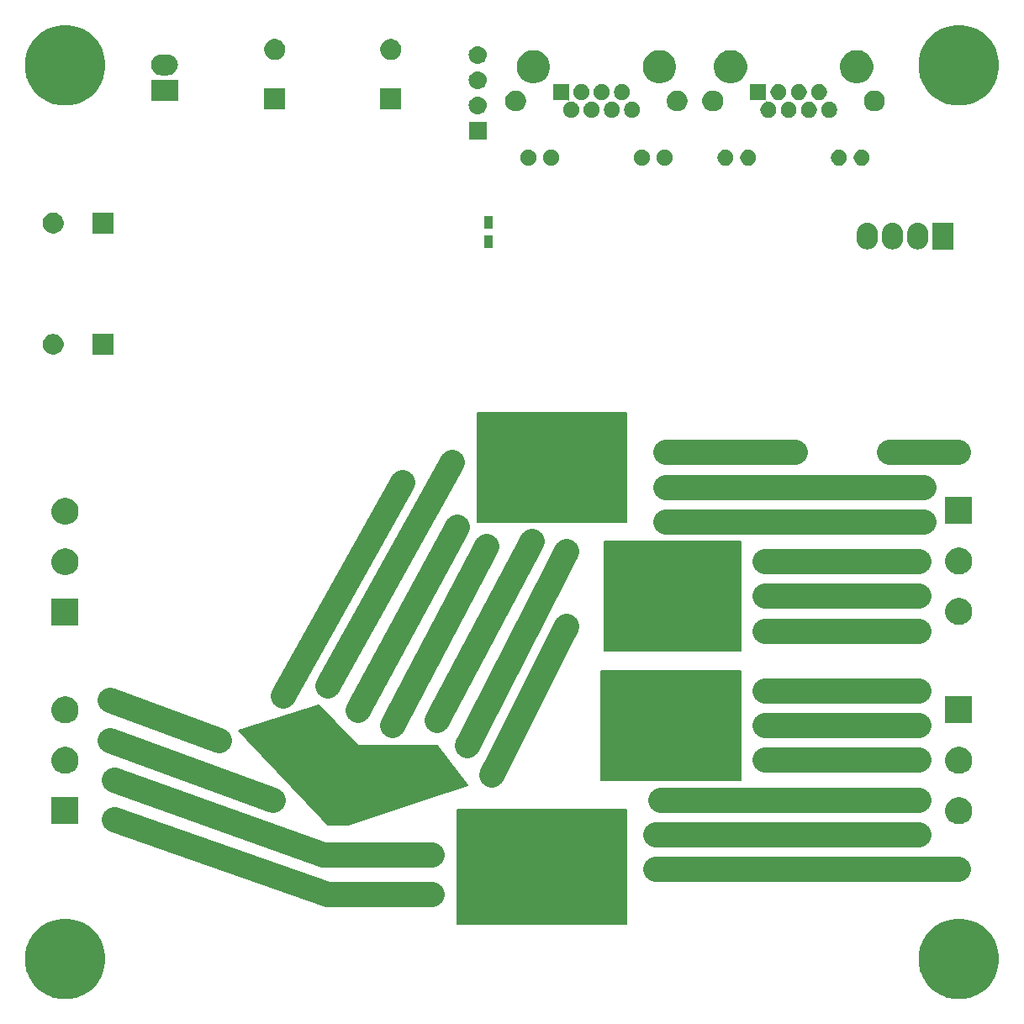
<source format=gbr>
From 27a04728606c6f432d894bf36e226fe4a9d6f4b0 Mon Sep 17 00:00:00 2001
From: jaseg <git@jaseg.net>
Date: Wed, 24 Apr 2019 21:15:55 +0900
Subject: driver: Fix ALL the PCB issues in R3

---
 driver/gerber/driver-B_Mask.gbr | 2763 +++++++++++++++++++++++++++++++++++++++
 1 file changed, 2763 insertions(+)
 create mode 100644 driver/gerber/driver-B_Mask.gbr

(limited to 'driver/gerber/driver-B_Mask.gbr')

diff --git a/driver/gerber/driver-B_Mask.gbr b/driver/gerber/driver-B_Mask.gbr
new file mode 100644
index 0000000..dbf8038
--- /dev/null
+++ b/driver/gerber/driver-B_Mask.gbr
@@ -0,0 +1,2763 @@
+G04 #@! TF.GenerationSoftware,KiCad,Pcbnew,(5.1.0-344-gd281f051e)*
+G04 #@! TF.CreationDate,2019-04-24T21:11:32+09:00*
+G04 #@! TF.ProjectId,driver,64726976-6572-42e6-9b69-6361645f7063,rev?*
+G04 #@! TF.SameCoordinates,Original*
+G04 #@! TF.FileFunction,Soldermask,Bot*
+G04 #@! TF.FilePolarity,Negative*
+%FSLAX46Y46*%
+G04 Gerber Fmt 4.6, Leading zero omitted, Abs format (unit mm)*
+G04 Created by KiCad (PCBNEW (5.1.0-344-gd281f051e)) date 2019-04-24 21:11:32*
+%MOMM*%
+%LPD*%
+G04 APERTURE LIST*
+%ADD10C,2.500000*%
+%ADD11C,0.150000*%
+%ADD12C,0.100000*%
+G04 APERTURE END LIST*
+D10*
+X112000000Y-143500000D02*
+X101500000Y-143500000D01*
+X112000000Y-139500000D02*
+X101000000Y-139500000D01*
+X101500000Y-143500000D02*
+X80000000Y-136000000D01*
+X101000000Y-139500000D02*
+X80000000Y-132000000D01*
+X96000000Y-134000000D02*
+X79500000Y-128000000D01*
+X90500000Y-128000000D02*
+X79500000Y-124000000D01*
+X158000000Y-99000000D02*
+X165000000Y-99000000D01*
+X125500000Y-116500000D02*
+X118000000Y-131500000D01*
+X109000000Y-102000000D02*
+X97000000Y-123500000D01*
+X101500000Y-122500000D02*
+X114000000Y-100000000D01*
+X114500000Y-106500000D02*
+X104500000Y-125000000D01*
+X117500000Y-108500000D02*
+X108000000Y-126500000D01*
+X122000000Y-108000000D02*
+X112500000Y-126000000D01*
+X125500000Y-109000000D02*
+X115500000Y-128500000D01*
+X135500000Y-99000000D02*
+X148500000Y-99000000D01*
+X135500000Y-102500000D02*
+X161500000Y-102500000D01*
+X135500000Y-106000000D02*
+X161500000Y-106000000D01*
+X145500000Y-110000000D02*
+X161000000Y-110000000D01*
+X145500000Y-113500000D02*
+X161000000Y-113500000D01*
+X145500000Y-117000000D02*
+X161000000Y-117000000D01*
+X134500000Y-141000000D02*
+X165000000Y-141000000D01*
+X134500000Y-137500000D02*
+X161000000Y-137500000D01*
+X135000000Y-134000000D02*
+X161000000Y-134000000D01*
+X145500000Y-130000000D02*
+X161000000Y-130000000D01*
+X145500000Y-126500000D02*
+X161000000Y-126500000D01*
+X145500000Y-123000000D02*
+X161000000Y-123000000D01*
+D11*
+G36*
+X104500000Y-128500000D02*
+G01*
+X112500000Y-128500000D01*
+X115500000Y-132500000D01*
+X103500000Y-136500000D01*
+X101500000Y-136500000D01*
+X92500000Y-127000000D01*
+X100500000Y-124500000D01*
+X104500000Y-128500000D01*
+G37*
+X104500000Y-128500000D02*
+X112500000Y-128500000D01*
+X115500000Y-132500000D01*
+X103500000Y-136500000D01*
+X101500000Y-136500000D01*
+X92500000Y-127000000D01*
+X100500000Y-124500000D01*
+X104500000Y-128500000D01*
+G36*
+X131500000Y-146500000D02*
+G01*
+X114500000Y-146500000D01*
+X114500000Y-135000000D01*
+X131500000Y-135000000D01*
+X131500000Y-146500000D01*
+G37*
+X131500000Y-146500000D02*
+X114500000Y-146500000D01*
+X114500000Y-135000000D01*
+X131500000Y-135000000D01*
+X131500000Y-146500000D01*
+G36*
+X143000000Y-132000000D02*
+G01*
+X129000000Y-132000000D01*
+X129000000Y-121000000D01*
+X143000000Y-121000000D01*
+X143000000Y-132000000D01*
+G37*
+X143000000Y-132000000D02*
+X129000000Y-132000000D01*
+X129000000Y-121000000D01*
+X143000000Y-121000000D01*
+X143000000Y-132000000D01*
+G36*
+X131500000Y-106000000D02*
+G01*
+X116500000Y-106000000D01*
+X116500000Y-95000000D01*
+X131500000Y-95000000D01*
+X131500000Y-106000000D01*
+G37*
+X131500000Y-106000000D02*
+X116500000Y-106000000D01*
+X116500000Y-95000000D01*
+X131500000Y-95000000D01*
+X131500000Y-106000000D01*
+G36*
+X143000000Y-119000000D02*
+G01*
+X129300000Y-119000000D01*
+X129300000Y-108000000D01*
+X143000000Y-108000000D01*
+X143000000Y-119000000D01*
+G37*
+X143000000Y-119000000D02*
+X129300000Y-119000000D01*
+X129300000Y-108000000D01*
+X143000000Y-108000000D01*
+X143000000Y-119000000D01*
+D12*
+G36*
+X166181632Y-146104677D02*
+G01*
+X166487005Y-146231167D01*
+X166918868Y-146410050D01*
+X167582362Y-146853383D01*
+X168146617Y-147417638D01*
+X168589950Y-148081132D01*
+X168768833Y-148512995D01*
+X168895323Y-148818368D01*
+X169051000Y-149601010D01*
+X169051000Y-150398990D01*
+X168895323Y-151181632D01*
+X168768833Y-151487005D01*
+X168589950Y-151918868D01*
+X168146617Y-152582362D01*
+X167582362Y-153146617D01*
+X166918868Y-153589950D01*
+X166487005Y-153768833D01*
+X166181632Y-153895323D01*
+X165398990Y-154051000D01*
+X164601010Y-154051000D01*
+X163818368Y-153895323D01*
+X163512995Y-153768833D01*
+X163081132Y-153589950D01*
+X162417638Y-153146617D01*
+X161853383Y-152582362D01*
+X161410050Y-151918868D01*
+X161231167Y-151487005D01*
+X161104677Y-151181632D01*
+X160949000Y-150398990D01*
+X160949000Y-149601010D01*
+X161104677Y-148818368D01*
+X161231167Y-148512995D01*
+X161410050Y-148081132D01*
+X161853383Y-147417638D01*
+X162417638Y-146853383D01*
+X163081132Y-146410050D01*
+X163512995Y-146231167D01*
+X163818368Y-146104677D01*
+X164601010Y-145949000D01*
+X165398990Y-145949000D01*
+X166181632Y-146104677D01*
+X166181632Y-146104677D01*
+G37*
+G36*
+X76181632Y-146104677D02*
+G01*
+X76487005Y-146231167D01*
+X76918868Y-146410050D01*
+X77582362Y-146853383D01*
+X78146617Y-147417638D01*
+X78589950Y-148081132D01*
+X78768833Y-148512995D01*
+X78895323Y-148818368D01*
+X79051000Y-149601010D01*
+X79051000Y-150398990D01*
+X78895323Y-151181632D01*
+X78768833Y-151487005D01*
+X78589950Y-151918868D01*
+X78146617Y-152582362D01*
+X77582362Y-153146617D01*
+X76918868Y-153589950D01*
+X76487005Y-153768833D01*
+X76181632Y-153895323D01*
+X75398990Y-154051000D01*
+X74601010Y-154051000D01*
+X73818368Y-153895323D01*
+X73512995Y-153768833D01*
+X73081132Y-153589950D01*
+X72417638Y-153146617D01*
+X71853383Y-152582362D01*
+X71410050Y-151918868D01*
+X71231167Y-151487005D01*
+X71104677Y-151181632D01*
+X70949000Y-150398990D01*
+X70949000Y-149601010D01*
+X71104677Y-148818368D01*
+X71231167Y-148512995D01*
+X71410050Y-148081132D01*
+X71853383Y-147417638D01*
+X72417638Y-146853383D01*
+X73081132Y-146410050D01*
+X73512995Y-146231167D01*
+X73818368Y-146104677D01*
+X74601010Y-145949000D01*
+X75398990Y-145949000D01*
+X76181632Y-146104677D01*
+X76181632Y-146104677D01*
+G37*
+G36*
+X165394072Y-133780918D02*
+G01*
+X165639939Y-133882759D01*
+X165861212Y-134030610D01*
+X166049390Y-134218788D01*
+X166197241Y-134440061D01*
+X166299082Y-134685928D01*
+X166351000Y-134946938D01*
+X166351000Y-135213062D01*
+X166299082Y-135474072D01*
+X166197241Y-135719939D01*
+X166049390Y-135941212D01*
+X165861212Y-136129390D01*
+X165639939Y-136277241D01*
+X165639938Y-136277242D01*
+X165639937Y-136277242D01*
+X165394072Y-136379082D01*
+X165133063Y-136431000D01*
+X164866937Y-136431000D01*
+X164605928Y-136379082D01*
+X164360063Y-136277242D01*
+X164360062Y-136277242D01*
+X164360061Y-136277241D01*
+X164138788Y-136129390D01*
+X163950610Y-135941212D01*
+X163802759Y-135719939D01*
+X163700918Y-135474072D01*
+X163649000Y-135213062D01*
+X163649000Y-134946938D01*
+X163700918Y-134685928D01*
+X163802759Y-134440061D01*
+X163950610Y-134218788D01*
+X164138788Y-134030610D01*
+X164360061Y-133882759D01*
+X164605928Y-133780918D01*
+X164866937Y-133729000D01*
+X165133063Y-133729000D01*
+X165394072Y-133780918D01*
+X165394072Y-133780918D01*
+G37*
+G36*
+X76351000Y-136431000D02*
+G01*
+X73649000Y-136431000D01*
+X73649000Y-133729000D01*
+X76351000Y-133729000D01*
+X76351000Y-136431000D01*
+X76351000Y-136431000D01*
+G37*
+G36*
+X75394072Y-128700918D02*
+G01*
+X75639939Y-128802759D01*
+X75861212Y-128950610D01*
+X76049390Y-129138788D01*
+X76197241Y-129360061D01*
+X76299082Y-129605928D01*
+X76351000Y-129866938D01*
+X76351000Y-130133062D01*
+X76299082Y-130394072D01*
+X76197241Y-130639939D01*
+X76049390Y-130861212D01*
+X75861212Y-131049390D01*
+X75639939Y-131197241D01*
+X75639938Y-131197242D01*
+X75639937Y-131197242D01*
+X75394072Y-131299082D01*
+X75133063Y-131351000D01*
+X74866937Y-131351000D01*
+X74605928Y-131299082D01*
+X74360063Y-131197242D01*
+X74360062Y-131197242D01*
+X74360061Y-131197241D01*
+X74138788Y-131049390D01*
+X73950610Y-130861212D01*
+X73802759Y-130639939D01*
+X73700918Y-130394072D01*
+X73649000Y-130133062D01*
+X73649000Y-129866938D01*
+X73700918Y-129605928D01*
+X73802759Y-129360061D01*
+X73950610Y-129138788D01*
+X74138788Y-128950610D01*
+X74360061Y-128802759D01*
+X74605928Y-128700918D01*
+X74866937Y-128649000D01*
+X75133063Y-128649000D01*
+X75394072Y-128700918D01*
+X75394072Y-128700918D01*
+G37*
+G36*
+X165394072Y-128700918D02*
+G01*
+X165639939Y-128802759D01*
+X165861212Y-128950610D01*
+X166049390Y-129138788D01*
+X166197241Y-129360061D01*
+X166299082Y-129605928D01*
+X166351000Y-129866938D01*
+X166351000Y-130133062D01*
+X166299082Y-130394072D01*
+X166197241Y-130639939D01*
+X166049390Y-130861212D01*
+X165861212Y-131049390D01*
+X165639939Y-131197241D01*
+X165639938Y-131197242D01*
+X165639937Y-131197242D01*
+X165394072Y-131299082D01*
+X165133063Y-131351000D01*
+X164866937Y-131351000D01*
+X164605928Y-131299082D01*
+X164360063Y-131197242D01*
+X164360062Y-131197242D01*
+X164360061Y-131197241D01*
+X164138788Y-131049390D01*
+X163950610Y-130861212D01*
+X163802759Y-130639939D01*
+X163700918Y-130394072D01*
+X163649000Y-130133062D01*
+X163649000Y-129866938D01*
+X163700918Y-129605928D01*
+X163802759Y-129360061D01*
+X163950610Y-129138788D01*
+X164138788Y-128950610D01*
+X164360061Y-128802759D01*
+X164605928Y-128700918D01*
+X164866937Y-128649000D01*
+X165133063Y-128649000D01*
+X165394072Y-128700918D01*
+X165394072Y-128700918D01*
+G37*
+G36*
+X166351000Y-126271000D02*
+G01*
+X163649000Y-126271000D01*
+X163649000Y-123569000D01*
+X166351000Y-123569000D01*
+X166351000Y-126271000D01*
+X166351000Y-126271000D01*
+G37*
+G36*
+X75394072Y-123620918D02*
+G01*
+X75639939Y-123722759D01*
+X75861212Y-123870610D01*
+X76049390Y-124058788D01*
+X76197241Y-124280061D01*
+X76299082Y-124525928D01*
+X76351000Y-124786938D01*
+X76351000Y-125053062D01*
+X76299082Y-125314072D01*
+X76197241Y-125559939D01*
+X76049390Y-125781212D01*
+X75861212Y-125969390D01*
+X75639939Y-126117241D01*
+X75639938Y-126117242D01*
+X75639937Y-126117242D01*
+X75394072Y-126219082D01*
+X75133063Y-126271000D01*
+X74866937Y-126271000D01*
+X74605928Y-126219082D01*
+X74360063Y-126117242D01*
+X74360062Y-126117242D01*
+X74360061Y-126117241D01*
+X74138788Y-125969390D01*
+X73950610Y-125781212D01*
+X73802759Y-125559939D01*
+X73700918Y-125314072D01*
+X73649000Y-125053062D01*
+X73649000Y-124786938D01*
+X73700918Y-124525928D01*
+X73802759Y-124280061D01*
+X73950610Y-124058788D01*
+X74138788Y-123870610D01*
+X74360061Y-123722759D01*
+X74605928Y-123620918D01*
+X74866937Y-123569000D01*
+X75133063Y-123569000D01*
+X75394072Y-123620918D01*
+X75394072Y-123620918D01*
+G37*
+G36*
+X76351000Y-116431000D02*
+G01*
+X73649000Y-116431000D01*
+X73649000Y-113729000D01*
+X76351000Y-113729000D01*
+X76351000Y-116431000D01*
+X76351000Y-116431000D01*
+G37*
+G36*
+X165394072Y-113700918D02*
+G01*
+X165639939Y-113802759D01*
+X165861212Y-113950610D01*
+X166049390Y-114138788D01*
+X166197241Y-114360061D01*
+X166299082Y-114605928D01*
+X166351000Y-114866938D01*
+X166351000Y-115133062D01*
+X166299082Y-115394072D01*
+X166197241Y-115639939D01*
+X166049390Y-115861212D01*
+X165861212Y-116049390D01*
+X165639939Y-116197241D01*
+X165639938Y-116197242D01*
+X165639937Y-116197242D01*
+X165394072Y-116299082D01*
+X165133063Y-116351000D01*
+X164866937Y-116351000D01*
+X164605928Y-116299082D01*
+X164360063Y-116197242D01*
+X164360062Y-116197242D01*
+X164360061Y-116197241D01*
+X164138788Y-116049390D01*
+X163950610Y-115861212D01*
+X163802759Y-115639939D01*
+X163700918Y-115394072D01*
+X163649000Y-115133062D01*
+X163649000Y-114866938D01*
+X163700918Y-114605928D01*
+X163802759Y-114360061D01*
+X163950610Y-114138788D01*
+X164138788Y-113950610D01*
+X164360061Y-113802759D01*
+X164605928Y-113700918D01*
+X164866937Y-113649000D01*
+X165133063Y-113649000D01*
+X165394072Y-113700918D01*
+X165394072Y-113700918D01*
+G37*
+G36*
+X75394072Y-108700918D02*
+G01*
+X75639939Y-108802759D01*
+X75861212Y-108950610D01*
+X76049390Y-109138788D01*
+X76197241Y-109360061D01*
+X76299082Y-109605928D01*
+X76351000Y-109866938D01*
+X76351000Y-110133062D01*
+X76299082Y-110394072D01*
+X76197241Y-110639939D01*
+X76049390Y-110861212D01*
+X75861212Y-111049390D01*
+X75639939Y-111197241D01*
+X75639938Y-111197242D01*
+X75639937Y-111197242D01*
+X75394072Y-111299082D01*
+X75133063Y-111351000D01*
+X74866937Y-111351000D01*
+X74605928Y-111299082D01*
+X74360063Y-111197242D01*
+X74360062Y-111197242D01*
+X74360061Y-111197241D01*
+X74138788Y-111049390D01*
+X73950610Y-110861212D01*
+X73802759Y-110639939D01*
+X73700918Y-110394072D01*
+X73649000Y-110133062D01*
+X73649000Y-109866938D01*
+X73700918Y-109605928D01*
+X73802759Y-109360061D01*
+X73950610Y-109138788D01*
+X74138788Y-108950610D01*
+X74360061Y-108802759D01*
+X74605928Y-108700918D01*
+X74866937Y-108649000D01*
+X75133063Y-108649000D01*
+X75394072Y-108700918D01*
+X75394072Y-108700918D01*
+G37*
+G36*
+X165394072Y-108620918D02*
+G01*
+X165639939Y-108722759D01*
+X165861212Y-108870610D01*
+X166049390Y-109058788D01*
+X166197241Y-109280061D01*
+X166299082Y-109525928D01*
+X166351000Y-109786938D01*
+X166351000Y-110053062D01*
+X166299082Y-110314072D01*
+X166197241Y-110559939D01*
+X166049390Y-110781212D01*
+X165861212Y-110969390D01*
+X165639939Y-111117241D01*
+X165639938Y-111117242D01*
+X165639937Y-111117242D01*
+X165394072Y-111219082D01*
+X165133063Y-111271000D01*
+X164866937Y-111271000D01*
+X164605928Y-111219082D01*
+X164360063Y-111117242D01*
+X164360062Y-111117242D01*
+X164360061Y-111117241D01*
+X164138788Y-110969390D01*
+X163950610Y-110781212D01*
+X163802759Y-110559939D01*
+X163700918Y-110314072D01*
+X163649000Y-110053062D01*
+X163649000Y-109786938D01*
+X163700918Y-109525928D01*
+X163802759Y-109280061D01*
+X163950610Y-109058788D01*
+X164138788Y-108870610D01*
+X164360061Y-108722759D01*
+X164605928Y-108620918D01*
+X164866937Y-108569000D01*
+X165133063Y-108569000D01*
+X165394072Y-108620918D01*
+X165394072Y-108620918D01*
+G37*
+G36*
+X75394072Y-103620918D02*
+G01*
+X75639939Y-103722759D01*
+X75861212Y-103870610D01*
+X76049390Y-104058788D01*
+X76197241Y-104280061D01*
+X76299082Y-104525928D01*
+X76351000Y-104786938D01*
+X76351000Y-105053062D01*
+X76299082Y-105314072D01*
+X76197241Y-105559939D01*
+X76049390Y-105781212D01*
+X75861212Y-105969390D01*
+X75639939Y-106117241D01*
+X75639938Y-106117242D01*
+X75639937Y-106117242D01*
+X75394072Y-106219082D01*
+X75133063Y-106271000D01*
+X74866937Y-106271000D01*
+X74605928Y-106219082D01*
+X74360063Y-106117242D01*
+X74360062Y-106117242D01*
+X74360061Y-106117241D01*
+X74138788Y-105969390D01*
+X73950610Y-105781212D01*
+X73802759Y-105559939D01*
+X73700918Y-105314072D01*
+X73649000Y-105053062D01*
+X73649000Y-104786938D01*
+X73700918Y-104525928D01*
+X73802759Y-104280061D01*
+X73950610Y-104058788D01*
+X74138788Y-103870610D01*
+X74360061Y-103722759D01*
+X74605928Y-103620918D01*
+X74866937Y-103569000D01*
+X75133063Y-103569000D01*
+X75394072Y-103620918D01*
+X75394072Y-103620918D01*
+G37*
+G36*
+X166351000Y-106191000D02*
+G01*
+X163649000Y-106191000D01*
+X163649000Y-103489000D01*
+X166351000Y-103489000D01*
+X166351000Y-106191000D01*
+X166351000Y-106191000D01*
+G37*
+G36*
+X74106564Y-87089389D02*
+G01*
+X74297833Y-87168615D01*
+X74297835Y-87168616D01*
+X74469973Y-87283635D01*
+X74616365Y-87430027D01*
+X74731385Y-87602167D01*
+X74810611Y-87793436D01*
+X74851000Y-87996484D01*
+X74851000Y-88203516D01*
+X74810611Y-88406564D01*
+X74731385Y-88597833D01*
+X74731384Y-88597835D01*
+X74616365Y-88769973D01*
+X74469973Y-88916365D01*
+X74297835Y-89031384D01*
+X74297834Y-89031385D01*
+X74297833Y-89031385D01*
+X74106564Y-89110611D01*
+X73903516Y-89151000D01*
+X73696484Y-89151000D01*
+X73493436Y-89110611D01*
+X73302167Y-89031385D01*
+X73302166Y-89031385D01*
+X73302165Y-89031384D01*
+X73130027Y-88916365D01*
+X72983635Y-88769973D01*
+X72868616Y-88597835D01*
+X72868615Y-88597833D01*
+X72789389Y-88406564D01*
+X72749000Y-88203516D01*
+X72749000Y-87996484D01*
+X72789389Y-87793436D01*
+X72868615Y-87602167D01*
+X72983635Y-87430027D01*
+X73130027Y-87283635D01*
+X73302165Y-87168616D01*
+X73302167Y-87168615D01*
+X73493436Y-87089389D01*
+X73696484Y-87049000D01*
+X73903516Y-87049000D01*
+X74106564Y-87089389D01*
+X74106564Y-87089389D01*
+G37*
+G36*
+X79851000Y-89151000D02*
+G01*
+X77749000Y-89151000D01*
+X77749000Y-87049000D01*
+X79851000Y-87049000D01*
+X79851000Y-89151000D01*
+X79851000Y-89151000D01*
+G37*
+G36*
+X161066032Y-75864207D02*
+G01*
+X161264146Y-75924305D01*
+X161264149Y-75924306D01*
+X161360975Y-75976061D01*
+X161446729Y-76021897D01*
+X161606765Y-76153235D01*
+X161738103Y-76313271D01*
+X161769291Y-76371621D01*
+X161835694Y-76495851D01*
+X161835695Y-76495855D01*
+X161895793Y-76693969D01*
+X161911000Y-76848371D01*
+X161911000Y-77551630D01*
+X161895793Y-77706032D01*
+X161835695Y-77904145D01*
+X161835694Y-77904149D01*
+X161783939Y-78000975D01*
+X161738103Y-78086729D01*
+X161606765Y-78246765D01*
+X161446729Y-78378103D01*
+X161330030Y-78440479D01*
+X161264148Y-78475694D01*
+X161264145Y-78475695D01*
+X161066031Y-78535793D01*
+X160860000Y-78556085D01*
+X160653968Y-78535793D01*
+X160455854Y-78475695D01*
+X160455851Y-78475694D01*
+X160316109Y-78401000D01*
+X160273271Y-78378103D01*
+X160113235Y-78246765D01*
+X159981897Y-78086729D01*
+X159884307Y-77904149D01*
+X159884306Y-77904148D01*
+X159884305Y-77904145D01*
+X159824207Y-77706031D01*
+X159809000Y-77551629D01*
+X159809000Y-76848370D01*
+X159824207Y-76693968D01*
+X159843296Y-76631040D01*
+X159884305Y-76495853D01*
+X159959184Y-76355766D01*
+X159981898Y-76313271D01*
+X160113236Y-76153235D01*
+X160273272Y-76021897D01*
+X160359026Y-75976061D01*
+X160455852Y-75924306D01*
+X160455855Y-75924305D01*
+X160653969Y-75864207D01*
+X160860000Y-75843915D01*
+X161066032Y-75864207D01*
+X161066032Y-75864207D01*
+G37*
+G36*
+X158526032Y-75864207D02*
+G01*
+X158724146Y-75924305D01*
+X158724149Y-75924306D01*
+X158820975Y-75976061D01*
+X158906729Y-76021897D01*
+X159066765Y-76153235D01*
+X159198103Y-76313271D01*
+X159229291Y-76371621D01*
+X159295694Y-76495851D01*
+X159295695Y-76495855D01*
+X159355793Y-76693969D01*
+X159371000Y-76848371D01*
+X159371000Y-77551630D01*
+X159355793Y-77706032D01*
+X159295695Y-77904145D01*
+X159295694Y-77904149D01*
+X159243939Y-78000975D01*
+X159198103Y-78086729D01*
+X159066765Y-78246765D01*
+X158906729Y-78378103D01*
+X158790030Y-78440479D01*
+X158724148Y-78475694D01*
+X158724145Y-78475695D01*
+X158526031Y-78535793D01*
+X158320000Y-78556085D01*
+X158113968Y-78535793D01*
+X157915854Y-78475695D01*
+X157915851Y-78475694D01*
+X157776109Y-78401000D01*
+X157733271Y-78378103D01*
+X157573235Y-78246765D01*
+X157441897Y-78086729D01*
+X157344307Y-77904149D01*
+X157344306Y-77904148D01*
+X157344305Y-77904145D01*
+X157284207Y-77706031D01*
+X157269000Y-77551629D01*
+X157269000Y-76848370D01*
+X157284207Y-76693968D01*
+X157303296Y-76631040D01*
+X157344305Y-76495853D01*
+X157419184Y-76355766D01*
+X157441898Y-76313271D01*
+X157573236Y-76153235D01*
+X157733272Y-76021897D01*
+X157819026Y-75976061D01*
+X157915852Y-75924306D01*
+X157915855Y-75924305D01*
+X158113969Y-75864207D01*
+X158320000Y-75843915D01*
+X158526032Y-75864207D01*
+X158526032Y-75864207D01*
+G37*
+G36*
+X155986032Y-75864207D02*
+G01*
+X156184146Y-75924305D01*
+X156184149Y-75924306D01*
+X156280975Y-75976061D01*
+X156366729Y-76021897D01*
+X156526765Y-76153235D01*
+X156658103Y-76313271D01*
+X156689291Y-76371621D01*
+X156755694Y-76495851D01*
+X156755695Y-76495855D01*
+X156815793Y-76693969D01*
+X156831000Y-76848371D01*
+X156831000Y-77551630D01*
+X156815793Y-77706032D01*
+X156755695Y-77904145D01*
+X156755694Y-77904149D01*
+X156703939Y-78000975D01*
+X156658103Y-78086729D01*
+X156526765Y-78246765D01*
+X156366729Y-78378103D01*
+X156250030Y-78440479D01*
+X156184148Y-78475694D01*
+X156184145Y-78475695D01*
+X155986031Y-78535793D01*
+X155780000Y-78556085D01*
+X155573968Y-78535793D01*
+X155375854Y-78475695D01*
+X155375851Y-78475694D01*
+X155236109Y-78401000D01*
+X155193271Y-78378103D01*
+X155033235Y-78246765D01*
+X154901897Y-78086729D01*
+X154804307Y-77904149D01*
+X154804306Y-77904148D01*
+X154804305Y-77904145D01*
+X154744207Y-77706031D01*
+X154729000Y-77551629D01*
+X154729000Y-76848370D01*
+X154744207Y-76693968D01*
+X154763296Y-76631040D01*
+X154804305Y-76495853D01*
+X154879184Y-76355766D01*
+X154901898Y-76313271D01*
+X155033236Y-76153235D01*
+X155193272Y-76021897D01*
+X155279026Y-75976061D01*
+X155375852Y-75924306D01*
+X155375855Y-75924305D01*
+X155573969Y-75864207D01*
+X155780000Y-75843915D01*
+X155986032Y-75864207D01*
+X155986032Y-75864207D01*
+G37*
+G36*
+X164451000Y-78551000D02*
+G01*
+X162349000Y-78551000D01*
+X162349000Y-75849000D01*
+X164451000Y-75849000D01*
+X164451000Y-78551000D01*
+X164451000Y-78551000D01*
+G37*
+G36*
+X118026000Y-78401000D02*
+G01*
+X117174000Y-78401000D01*
+X117174000Y-77099000D01*
+X118026000Y-77099000D01*
+X118026000Y-78401000D01*
+X118026000Y-78401000D01*
+G37*
+G36*
+X74106564Y-74889389D02*
+G01*
+X74297833Y-74968615D01*
+X74297835Y-74968616D01*
+X74469973Y-75083635D01*
+X74616365Y-75230027D01*
+X74731385Y-75402167D01*
+X74810611Y-75593436D01*
+X74851000Y-75796484D01*
+X74851000Y-76003516D01*
+X74810611Y-76206564D01*
+X74766411Y-76313272D01*
+X74731384Y-76397835D01*
+X74616365Y-76569973D01*
+X74469973Y-76716365D01*
+X74297835Y-76831384D01*
+X74297834Y-76831385D01*
+X74297833Y-76831385D01*
+X74106564Y-76910611D01*
+X73903516Y-76951000D01*
+X73696484Y-76951000D01*
+X73493436Y-76910611D01*
+X73302167Y-76831385D01*
+X73302166Y-76831385D01*
+X73302165Y-76831384D01*
+X73130027Y-76716365D01*
+X72983635Y-76569973D01*
+X72868616Y-76397835D01*
+X72833589Y-76313272D01*
+X72789389Y-76206564D01*
+X72749000Y-76003516D01*
+X72749000Y-75796484D01*
+X72789389Y-75593436D01*
+X72868615Y-75402167D01*
+X72983635Y-75230027D01*
+X73130027Y-75083635D01*
+X73302165Y-74968616D01*
+X73302167Y-74968615D01*
+X73493436Y-74889389D01*
+X73696484Y-74849000D01*
+X73903516Y-74849000D01*
+X74106564Y-74889389D01*
+X74106564Y-74889389D01*
+G37*
+G36*
+X79851000Y-76951000D02*
+G01*
+X77749000Y-76951000D01*
+X77749000Y-74849000D01*
+X79851000Y-74849000D01*
+X79851000Y-76951000D01*
+X79851000Y-76951000D01*
+G37*
+G36*
+X118026000Y-76501000D02*
+G01*
+X117174000Y-76501000D01*
+X117174000Y-75199000D01*
+X118026000Y-75199000D01*
+X118026000Y-76501000D01*
+X118026000Y-76501000D01*
+G37*
+G36*
+X155453642Y-68529781D02*
+G01*
+X155599414Y-68590162D01*
+X155599416Y-68590163D01*
+X155730608Y-68677822D01*
+X155842178Y-68789392D01*
+X155929837Y-68920584D01*
+X155929838Y-68920586D01*
+X155990219Y-69066358D01*
+X156021000Y-69221107D01*
+X156021000Y-69378893D01*
+X155990219Y-69533642D01*
+X155929838Y-69679414D01*
+X155929837Y-69679416D01*
+X155842178Y-69810608D01*
+X155730608Y-69922178D01*
+X155599416Y-70009837D01*
+X155599415Y-70009838D01*
+X155599414Y-70009838D01*
+X155453642Y-70070219D01*
+X155298893Y-70101000D01*
+X155141107Y-70101000D01*
+X154986358Y-70070219D01*
+X154840586Y-70009838D01*
+X154840585Y-70009838D01*
+X154840584Y-70009837D01*
+X154709392Y-69922178D01*
+X154597822Y-69810608D01*
+X154510163Y-69679416D01*
+X154510162Y-69679414D01*
+X154449781Y-69533642D01*
+X154419000Y-69378893D01*
+X154419000Y-69221107D01*
+X154449781Y-69066358D01*
+X154510162Y-68920586D01*
+X154510163Y-68920584D01*
+X154597822Y-68789392D01*
+X154709392Y-68677822D01*
+X154840584Y-68590163D01*
+X154840586Y-68590162D01*
+X154986358Y-68529781D01*
+X155141107Y-68499000D01*
+X155298893Y-68499000D01*
+X155453642Y-68529781D01*
+X155453642Y-68529781D01*
+G37*
+G36*
+X153163642Y-68529781D02*
+G01*
+X153309414Y-68590162D01*
+X153309416Y-68590163D01*
+X153440608Y-68677822D01*
+X153552178Y-68789392D01*
+X153639837Y-68920584D01*
+X153639838Y-68920586D01*
+X153700219Y-69066358D01*
+X153731000Y-69221107D01*
+X153731000Y-69378893D01*
+X153700219Y-69533642D01*
+X153639838Y-69679414D01*
+X153639837Y-69679416D01*
+X153552178Y-69810608D01*
+X153440608Y-69922178D01*
+X153309416Y-70009837D01*
+X153309415Y-70009838D01*
+X153309414Y-70009838D01*
+X153163642Y-70070219D01*
+X153008893Y-70101000D01*
+X152851107Y-70101000D01*
+X152696358Y-70070219D01*
+X152550586Y-70009838D01*
+X152550585Y-70009838D01*
+X152550584Y-70009837D01*
+X152419392Y-69922178D01*
+X152307822Y-69810608D01*
+X152220163Y-69679416D01*
+X152220162Y-69679414D01*
+X152159781Y-69533642D01*
+X152129000Y-69378893D01*
+X152129000Y-69221107D01*
+X152159781Y-69066358D01*
+X152220162Y-68920586D01*
+X152220163Y-68920584D01*
+X152307822Y-68789392D01*
+X152419392Y-68677822D01*
+X152550584Y-68590163D01*
+X152550586Y-68590162D01*
+X152696358Y-68529781D01*
+X152851107Y-68499000D01*
+X153008893Y-68499000D01*
+X153163642Y-68529781D01*
+X153163642Y-68529781D01*
+G37*
+G36*
+X144023642Y-68529781D02*
+G01*
+X144169414Y-68590162D01*
+X144169416Y-68590163D01*
+X144300608Y-68677822D01*
+X144412178Y-68789392D01*
+X144499837Y-68920584D01*
+X144499838Y-68920586D01*
+X144560219Y-69066358D01*
+X144591000Y-69221107D01*
+X144591000Y-69378893D01*
+X144560219Y-69533642D01*
+X144499838Y-69679414D01*
+X144499837Y-69679416D01*
+X144412178Y-69810608D01*
+X144300608Y-69922178D01*
+X144169416Y-70009837D01*
+X144169415Y-70009838D01*
+X144169414Y-70009838D01*
+X144023642Y-70070219D01*
+X143868893Y-70101000D01*
+X143711107Y-70101000D01*
+X143556358Y-70070219D01*
+X143410586Y-70009838D01*
+X143410585Y-70009838D01*
+X143410584Y-70009837D01*
+X143279392Y-69922178D01*
+X143167822Y-69810608D01*
+X143080163Y-69679416D01*
+X143080162Y-69679414D01*
+X143019781Y-69533642D01*
+X142989000Y-69378893D01*
+X142989000Y-69221107D01*
+X143019781Y-69066358D01*
+X143080162Y-68920586D01*
+X143080163Y-68920584D01*
+X143167822Y-68789392D01*
+X143279392Y-68677822D01*
+X143410584Y-68590163D01*
+X143410586Y-68590162D01*
+X143556358Y-68529781D01*
+X143711107Y-68499000D01*
+X143868893Y-68499000D01*
+X144023642Y-68529781D01*
+X144023642Y-68529781D01*
+G37*
+G36*
+X141733642Y-68529781D02*
+G01*
+X141879414Y-68590162D01*
+X141879416Y-68590163D01*
+X142010608Y-68677822D01*
+X142122178Y-68789392D01*
+X142209837Y-68920584D01*
+X142209838Y-68920586D01*
+X142270219Y-69066358D01*
+X142301000Y-69221107D01*
+X142301000Y-69378893D01*
+X142270219Y-69533642D01*
+X142209838Y-69679414D01*
+X142209837Y-69679416D01*
+X142122178Y-69810608D01*
+X142010608Y-69922178D01*
+X141879416Y-70009837D01*
+X141879415Y-70009838D01*
+X141879414Y-70009838D01*
+X141733642Y-70070219D01*
+X141578893Y-70101000D01*
+X141421107Y-70101000D01*
+X141266358Y-70070219D01*
+X141120586Y-70009838D01*
+X141120585Y-70009838D01*
+X141120584Y-70009837D01*
+X140989392Y-69922178D01*
+X140877822Y-69810608D01*
+X140790163Y-69679416D01*
+X140790162Y-69679414D01*
+X140729781Y-69533642D01*
+X140699000Y-69378893D01*
+X140699000Y-69221107D01*
+X140729781Y-69066358D01*
+X140790162Y-68920586D01*
+X140790163Y-68920584D01*
+X140877822Y-68789392D01*
+X140989392Y-68677822D01*
+X141120584Y-68590163D01*
+X141120586Y-68590162D01*
+X141266358Y-68529781D01*
+X141421107Y-68499000D01*
+X141578893Y-68499000D01*
+X141733642Y-68529781D01*
+X141733642Y-68529781D01*
+G37*
+G36*
+X121883642Y-68529781D02*
+G01*
+X122029414Y-68590162D01*
+X122029416Y-68590163D01*
+X122160608Y-68677822D01*
+X122272178Y-68789392D01*
+X122359837Y-68920584D01*
+X122359838Y-68920586D01*
+X122420219Y-69066358D01*
+X122451000Y-69221107D01*
+X122451000Y-69378893D01*
+X122420219Y-69533642D01*
+X122359838Y-69679414D01*
+X122359837Y-69679416D01*
+X122272178Y-69810608D01*
+X122160608Y-69922178D01*
+X122029416Y-70009837D01*
+X122029415Y-70009838D01*
+X122029414Y-70009838D01*
+X121883642Y-70070219D01*
+X121728893Y-70101000D01*
+X121571107Y-70101000D01*
+X121416358Y-70070219D01*
+X121270586Y-70009838D01*
+X121270585Y-70009838D01*
+X121270584Y-70009837D01*
+X121139392Y-69922178D01*
+X121027822Y-69810608D01*
+X120940163Y-69679416D01*
+X120940162Y-69679414D01*
+X120879781Y-69533642D01*
+X120849000Y-69378893D01*
+X120849000Y-69221107D01*
+X120879781Y-69066358D01*
+X120940162Y-68920586D01*
+X120940163Y-68920584D01*
+X121027822Y-68789392D01*
+X121139392Y-68677822D01*
+X121270584Y-68590163D01*
+X121270586Y-68590162D01*
+X121416358Y-68529781D01*
+X121571107Y-68499000D01*
+X121728893Y-68499000D01*
+X121883642Y-68529781D01*
+X121883642Y-68529781D01*
+G37*
+G36*
+X124173642Y-68529781D02*
+G01*
+X124319414Y-68590162D01*
+X124319416Y-68590163D01*
+X124450608Y-68677822D01*
+X124562178Y-68789392D01*
+X124649837Y-68920584D01*
+X124649838Y-68920586D01*
+X124710219Y-69066358D01*
+X124741000Y-69221107D01*
+X124741000Y-69378893D01*
+X124710219Y-69533642D01*
+X124649838Y-69679414D01*
+X124649837Y-69679416D01*
+X124562178Y-69810608D01*
+X124450608Y-69922178D01*
+X124319416Y-70009837D01*
+X124319415Y-70009838D01*
+X124319414Y-70009838D01*
+X124173642Y-70070219D01*
+X124018893Y-70101000D01*
+X123861107Y-70101000D01*
+X123706358Y-70070219D01*
+X123560586Y-70009838D01*
+X123560585Y-70009838D01*
+X123560584Y-70009837D01*
+X123429392Y-69922178D01*
+X123317822Y-69810608D01*
+X123230163Y-69679416D01*
+X123230162Y-69679414D01*
+X123169781Y-69533642D01*
+X123139000Y-69378893D01*
+X123139000Y-69221107D01*
+X123169781Y-69066358D01*
+X123230162Y-68920586D01*
+X123230163Y-68920584D01*
+X123317822Y-68789392D01*
+X123429392Y-68677822D01*
+X123560584Y-68590163D01*
+X123560586Y-68590162D01*
+X123706358Y-68529781D01*
+X123861107Y-68499000D01*
+X124018893Y-68499000D01*
+X124173642Y-68529781D01*
+X124173642Y-68529781D01*
+G37*
+G36*
+X133313642Y-68529781D02*
+G01*
+X133459414Y-68590162D01*
+X133459416Y-68590163D01*
+X133590608Y-68677822D01*
+X133702178Y-68789392D01*
+X133789837Y-68920584D01*
+X133789838Y-68920586D01*
+X133850219Y-69066358D01*
+X133881000Y-69221107D01*
+X133881000Y-69378893D01*
+X133850219Y-69533642D01*
+X133789838Y-69679414D01*
+X133789837Y-69679416D01*
+X133702178Y-69810608D01*
+X133590608Y-69922178D01*
+X133459416Y-70009837D01*
+X133459415Y-70009838D01*
+X133459414Y-70009838D01*
+X133313642Y-70070219D01*
+X133158893Y-70101000D01*
+X133001107Y-70101000D01*
+X132846358Y-70070219D01*
+X132700586Y-70009838D01*
+X132700585Y-70009838D01*
+X132700584Y-70009837D01*
+X132569392Y-69922178D01*
+X132457822Y-69810608D01*
+X132370163Y-69679416D01*
+X132370162Y-69679414D01*
+X132309781Y-69533642D01*
+X132279000Y-69378893D01*
+X132279000Y-69221107D01*
+X132309781Y-69066358D01*
+X132370162Y-68920586D01*
+X132370163Y-68920584D01*
+X132457822Y-68789392D01*
+X132569392Y-68677822D01*
+X132700584Y-68590163D01*
+X132700586Y-68590162D01*
+X132846358Y-68529781D01*
+X133001107Y-68499000D01*
+X133158893Y-68499000D01*
+X133313642Y-68529781D01*
+X133313642Y-68529781D01*
+G37*
+G36*
+X135603642Y-68529781D02*
+G01*
+X135749414Y-68590162D01*
+X135749416Y-68590163D01*
+X135880608Y-68677822D01*
+X135992178Y-68789392D01*
+X136079837Y-68920584D01*
+X136079838Y-68920586D01*
+X136140219Y-69066358D01*
+X136171000Y-69221107D01*
+X136171000Y-69378893D01*
+X136140219Y-69533642D01*
+X136079838Y-69679414D01*
+X136079837Y-69679416D01*
+X135992178Y-69810608D01*
+X135880608Y-69922178D01*
+X135749416Y-70009837D01*
+X135749415Y-70009838D01*
+X135749414Y-70009838D01*
+X135603642Y-70070219D01*
+X135448893Y-70101000D01*
+X135291107Y-70101000D01*
+X135136358Y-70070219D01*
+X134990586Y-70009838D01*
+X134990585Y-70009838D01*
+X134990584Y-70009837D01*
+X134859392Y-69922178D01*
+X134747822Y-69810608D01*
+X134660163Y-69679416D01*
+X134660162Y-69679414D01*
+X134599781Y-69533642D01*
+X134569000Y-69378893D01*
+X134569000Y-69221107D01*
+X134599781Y-69066358D01*
+X134660162Y-68920586D01*
+X134660163Y-68920584D01*
+X134747822Y-68789392D01*
+X134859392Y-68677822D01*
+X134990584Y-68590163D01*
+X134990586Y-68590162D01*
+X135136358Y-68529781D01*
+X135291107Y-68499000D01*
+X135448893Y-68499000D01*
+X135603642Y-68529781D01*
+X135603642Y-68529781D01*
+G37*
+G36*
+X117451000Y-67491000D02*
+G01*
+X115649000Y-67491000D01*
+X115649000Y-65689000D01*
+X117451000Y-65689000D01*
+X117451000Y-67491000D01*
+X117451000Y-67491000D01*
+G37*
+G36*
+X148093642Y-63709781D02*
+G01*
+X148239414Y-63770162D01*
+X148239416Y-63770163D01*
+X148370608Y-63857822D01*
+X148482178Y-63969392D01*
+X148536038Y-64050000D01*
+X148569838Y-64100586D01*
+X148630219Y-64246358D01*
+X148661000Y-64401107D01*
+X148661000Y-64558893D01*
+X148630219Y-64713642D01*
+X148593297Y-64802779D01*
+X148569837Y-64859416D01*
+X148482178Y-64990608D01*
+X148370608Y-65102178D01*
+X148239416Y-65189837D01*
+X148239415Y-65189838D01*
+X148239414Y-65189838D01*
+X148093642Y-65250219D01*
+X147938893Y-65281000D01*
+X147781107Y-65281000D01*
+X147626358Y-65250219D01*
+X147480586Y-65189838D01*
+X147480585Y-65189838D01*
+X147480584Y-65189837D01*
+X147349392Y-65102178D01*
+X147237822Y-64990608D01*
+X147150163Y-64859416D01*
+X147126703Y-64802779D01*
+X147089781Y-64713642D01*
+X147059000Y-64558893D01*
+X147059000Y-64401107D01*
+X147089781Y-64246358D01*
+X147150162Y-64100586D01*
+X147183962Y-64050000D01*
+X147237822Y-63969392D01*
+X147349392Y-63857822D01*
+X147480584Y-63770163D01*
+X147480586Y-63770162D01*
+X147626358Y-63709781D01*
+X147781107Y-63679000D01*
+X147938893Y-63679000D01*
+X148093642Y-63709781D01*
+X148093642Y-63709781D01*
+G37*
+G36*
+X132323642Y-63709781D02*
+G01*
+X132469414Y-63770162D01*
+X132469416Y-63770163D01*
+X132600608Y-63857822D01*
+X132712178Y-63969392D01*
+X132766038Y-64050000D01*
+X132799838Y-64100586D01*
+X132860219Y-64246358D01*
+X132891000Y-64401107D01*
+X132891000Y-64558893D01*
+X132860219Y-64713642D01*
+X132823297Y-64802779D01*
+X132799837Y-64859416D01*
+X132712178Y-64990608D01*
+X132600608Y-65102178D01*
+X132469416Y-65189837D01*
+X132469415Y-65189838D01*
+X132469414Y-65189838D01*
+X132323642Y-65250219D01*
+X132168893Y-65281000D01*
+X132011107Y-65281000D01*
+X131856358Y-65250219D01*
+X131710586Y-65189838D01*
+X131710585Y-65189838D01*
+X131710584Y-65189837D01*
+X131579392Y-65102178D01*
+X131467822Y-64990608D01*
+X131380163Y-64859416D01*
+X131356703Y-64802779D01*
+X131319781Y-64713642D01*
+X131289000Y-64558893D01*
+X131289000Y-64401107D01*
+X131319781Y-64246358D01*
+X131380162Y-64100586D01*
+X131413962Y-64050000D01*
+X131467822Y-63969392D01*
+X131579392Y-63857822D01*
+X131710584Y-63770163D01*
+X131710586Y-63770162D01*
+X131856358Y-63709781D01*
+X132011107Y-63679000D01*
+X132168893Y-63679000D01*
+X132323642Y-63709781D01*
+X132323642Y-63709781D01*
+G37*
+G36*
+X145601000Y-63554558D02*
+G01*
+X145603402Y-63578944D01*
+X145610515Y-63602393D01*
+X145622066Y-63624004D01*
+X145637611Y-63642946D01*
+X145656553Y-63658491D01*
+X145678164Y-63670042D01*
+X145701613Y-63677155D01*
+X145725999Y-63679557D01*
+X145731649Y-63679000D01*
+X145898893Y-63679000D01*
+X146053642Y-63709781D01*
+X146199414Y-63770162D01*
+X146199416Y-63770163D01*
+X146330608Y-63857822D01*
+X146442178Y-63969392D01*
+X146496038Y-64050000D01*
+X146529838Y-64100586D01*
+X146590219Y-64246358D01*
+X146621000Y-64401107D01*
+X146621000Y-64558893D01*
+X146590219Y-64713642D01*
+X146553297Y-64802779D01*
+X146529837Y-64859416D01*
+X146442178Y-64990608D01*
+X146330608Y-65102178D01*
+X146199416Y-65189837D01*
+X146199415Y-65189838D01*
+X146199414Y-65189838D01*
+X146053642Y-65250219D01*
+X145898893Y-65281000D01*
+X145741107Y-65281000D01*
+X145586358Y-65250219D01*
+X145440586Y-65189838D01*
+X145440585Y-65189838D01*
+X145440584Y-65189837D01*
+X145309392Y-65102178D01*
+X145197822Y-64990608D01*
+X145110163Y-64859416D01*
+X145086703Y-64802779D01*
+X145049781Y-64713642D01*
+X145019000Y-64558893D01*
+X145019000Y-64401107D01*
+X145049781Y-64246358D01*
+X145110162Y-64100586D01*
+X145143962Y-64050000D01*
+X145197822Y-63969392D01*
+X145309392Y-63857822D01*
+X145440584Y-63770163D01*
+X145440586Y-63770162D01*
+X145509823Y-63741483D01*
+X145531434Y-63729932D01*
+X145550376Y-63714387D01*
+X145565921Y-63695445D01*
+X145577472Y-63673834D01*
+X145584585Y-63650385D01*
+X145586987Y-63625999D01*
+X145584585Y-63601613D01*
+X145577472Y-63578164D01*
+X145565921Y-63556553D01*
+X145550376Y-63537611D01*
+X145531434Y-63522066D01*
+X145509823Y-63510515D01*
+X145486374Y-63503402D01*
+X145461988Y-63501000D01*
+X143999000Y-63501000D01*
+X143999000Y-61899000D01*
+X145601000Y-61899000D01*
+X145601000Y-63554558D01*
+X145601000Y-63554558D01*
+G37*
+G36*
+X150133642Y-63709781D02*
+G01*
+X150279414Y-63770162D01*
+X150279416Y-63770163D01*
+X150410608Y-63857822D01*
+X150522178Y-63969392D01*
+X150576038Y-64050000D01*
+X150609838Y-64100586D01*
+X150670219Y-64246358D01*
+X150701000Y-64401107D01*
+X150701000Y-64558893D01*
+X150670219Y-64713642D01*
+X150633297Y-64802779D01*
+X150609837Y-64859416D01*
+X150522178Y-64990608D01*
+X150410608Y-65102178D01*
+X150279416Y-65189837D01*
+X150279415Y-65189838D01*
+X150279414Y-65189838D01*
+X150133642Y-65250219D01*
+X149978893Y-65281000D01*
+X149821107Y-65281000D01*
+X149666358Y-65250219D01*
+X149520586Y-65189838D01*
+X149520585Y-65189838D01*
+X149520584Y-65189837D01*
+X149389392Y-65102178D01*
+X149277822Y-64990608D01*
+X149190163Y-64859416D01*
+X149166703Y-64802779D01*
+X149129781Y-64713642D01*
+X149099000Y-64558893D01*
+X149099000Y-64401107D01*
+X149129781Y-64246358D01*
+X149190162Y-64100586D01*
+X149223962Y-64050000D01*
+X149277822Y-63969392D01*
+X149389392Y-63857822D01*
+X149520584Y-63770163D01*
+X149520586Y-63770162D01*
+X149666358Y-63709781D01*
+X149821107Y-63679000D01*
+X149978893Y-63679000D01*
+X150133642Y-63709781D01*
+X150133642Y-63709781D01*
+G37*
+G36*
+X130283642Y-63709781D02*
+G01*
+X130429414Y-63770162D01*
+X130429416Y-63770163D01*
+X130560608Y-63857822D01*
+X130672178Y-63969392D01*
+X130726038Y-64050000D01*
+X130759838Y-64100586D01*
+X130820219Y-64246358D01*
+X130851000Y-64401107D01*
+X130851000Y-64558893D01*
+X130820219Y-64713642D01*
+X130783297Y-64802779D01*
+X130759837Y-64859416D01*
+X130672178Y-64990608D01*
+X130560608Y-65102178D01*
+X130429416Y-65189837D01*
+X130429415Y-65189838D01*
+X130429414Y-65189838D01*
+X130283642Y-65250219D01*
+X130128893Y-65281000D01*
+X129971107Y-65281000D01*
+X129816358Y-65250219D01*
+X129670586Y-65189838D01*
+X129670585Y-65189838D01*
+X129670584Y-65189837D01*
+X129539392Y-65102178D01*
+X129427822Y-64990608D01*
+X129340163Y-64859416D01*
+X129316703Y-64802779D01*
+X129279781Y-64713642D01*
+X129249000Y-64558893D01*
+X129249000Y-64401107D01*
+X129279781Y-64246358D01*
+X129340162Y-64100586D01*
+X129373962Y-64050000D01*
+X129427822Y-63969392D01*
+X129539392Y-63857822D01*
+X129670584Y-63770163D01*
+X129670586Y-63770162D01*
+X129816358Y-63709781D01*
+X129971107Y-63679000D01*
+X130128893Y-63679000D01*
+X130283642Y-63709781D01*
+X130283642Y-63709781D01*
+G37*
+G36*
+X128243642Y-63709781D02*
+G01*
+X128389414Y-63770162D01*
+X128389416Y-63770163D01*
+X128520608Y-63857822D01*
+X128632178Y-63969392D01*
+X128686038Y-64050000D01*
+X128719838Y-64100586D01*
+X128780219Y-64246358D01*
+X128811000Y-64401107D01*
+X128811000Y-64558893D01*
+X128780219Y-64713642D01*
+X128743297Y-64802779D01*
+X128719837Y-64859416D01*
+X128632178Y-64990608D01*
+X128520608Y-65102178D01*
+X128389416Y-65189837D01*
+X128389415Y-65189838D01*
+X128389414Y-65189838D01*
+X128243642Y-65250219D01*
+X128088893Y-65281000D01*
+X127931107Y-65281000D01*
+X127776358Y-65250219D01*
+X127630586Y-65189838D01*
+X127630585Y-65189838D01*
+X127630584Y-65189837D01*
+X127499392Y-65102178D01*
+X127387822Y-64990608D01*
+X127300163Y-64859416D01*
+X127276703Y-64802779D01*
+X127239781Y-64713642D01*
+X127209000Y-64558893D01*
+X127209000Y-64401107D01*
+X127239781Y-64246358D01*
+X127300162Y-64100586D01*
+X127333962Y-64050000D01*
+X127387822Y-63969392D01*
+X127499392Y-63857822D01*
+X127630584Y-63770163D01*
+X127630586Y-63770162D01*
+X127776358Y-63709781D01*
+X127931107Y-63679000D01*
+X128088893Y-63679000D01*
+X128243642Y-63709781D01*
+X128243642Y-63709781D01*
+G37*
+G36*
+X125751000Y-63554558D02*
+G01*
+X125753402Y-63578944D01*
+X125760515Y-63602393D01*
+X125772066Y-63624004D01*
+X125787611Y-63642946D01*
+X125806553Y-63658491D01*
+X125828164Y-63670042D01*
+X125851613Y-63677155D01*
+X125875999Y-63679557D01*
+X125881649Y-63679000D01*
+X126048893Y-63679000D01*
+X126203642Y-63709781D01*
+X126349414Y-63770162D01*
+X126349416Y-63770163D01*
+X126480608Y-63857822D01*
+X126592178Y-63969392D01*
+X126646038Y-64050000D01*
+X126679838Y-64100586D01*
+X126740219Y-64246358D01*
+X126771000Y-64401107D01*
+X126771000Y-64558893D01*
+X126740219Y-64713642D01*
+X126703297Y-64802779D01*
+X126679837Y-64859416D01*
+X126592178Y-64990608D01*
+X126480608Y-65102178D01*
+X126349416Y-65189837D01*
+X126349415Y-65189838D01*
+X126349414Y-65189838D01*
+X126203642Y-65250219D01*
+X126048893Y-65281000D01*
+X125891107Y-65281000D01*
+X125736358Y-65250219D01*
+X125590586Y-65189838D01*
+X125590585Y-65189838D01*
+X125590584Y-65189837D01*
+X125459392Y-65102178D01*
+X125347822Y-64990608D01*
+X125260163Y-64859416D01*
+X125236703Y-64802779D01*
+X125199781Y-64713642D01*
+X125169000Y-64558893D01*
+X125169000Y-64401107D01*
+X125199781Y-64246358D01*
+X125260162Y-64100586D01*
+X125293962Y-64050000D01*
+X125347822Y-63969392D01*
+X125459392Y-63857822D01*
+X125590584Y-63770163D01*
+X125590586Y-63770162D01*
+X125659823Y-63741483D01*
+X125681434Y-63729932D01*
+X125700376Y-63714387D01*
+X125715921Y-63695445D01*
+X125727472Y-63673834D01*
+X125734585Y-63650385D01*
+X125736987Y-63625999D01*
+X125734585Y-63601613D01*
+X125727472Y-63578164D01*
+X125715921Y-63556553D01*
+X125700376Y-63537611D01*
+X125681434Y-63522066D01*
+X125659823Y-63510515D01*
+X125636374Y-63503402D01*
+X125611988Y-63501000D01*
+X124149000Y-63501000D01*
+X124149000Y-61899000D01*
+X125751000Y-61899000D01*
+X125751000Y-63554558D01*
+X125751000Y-63554558D01*
+G37*
+G36*
+X152173642Y-63709781D02*
+G01*
+X152319414Y-63770162D01*
+X152319416Y-63770163D01*
+X152450608Y-63857822D01*
+X152562178Y-63969392D01*
+X152616038Y-64050000D01*
+X152649838Y-64100586D01*
+X152710219Y-64246358D01*
+X152741000Y-64401107D01*
+X152741000Y-64558893D01*
+X152710219Y-64713642D01*
+X152673297Y-64802779D01*
+X152649837Y-64859416D01*
+X152562178Y-64990608D01*
+X152450608Y-65102178D01*
+X152319416Y-65189837D01*
+X152319415Y-65189838D01*
+X152319414Y-65189838D01*
+X152173642Y-65250219D01*
+X152018893Y-65281000D01*
+X151861107Y-65281000D01*
+X151706358Y-65250219D01*
+X151560586Y-65189838D01*
+X151560585Y-65189838D01*
+X151560584Y-65189837D01*
+X151429392Y-65102178D01*
+X151317822Y-64990608D01*
+X151230163Y-64859416D01*
+X151206703Y-64802779D01*
+X151169781Y-64713642D01*
+X151139000Y-64558893D01*
+X151139000Y-64401107D01*
+X151169781Y-64246358D01*
+X151230162Y-64100586D01*
+X151263962Y-64050000D01*
+X151317822Y-63969392D01*
+X151429392Y-63857822D01*
+X151560584Y-63770163D01*
+X151560586Y-63770162D01*
+X151706358Y-63709781D01*
+X151861107Y-63679000D01*
+X152018893Y-63679000D01*
+X152173642Y-63709781D01*
+X152173642Y-63709781D01*
+G37*
+G36*
+X116660443Y-63155519D02*
+G01*
+X116726627Y-63162037D01*
+X116896466Y-63213557D01*
+X117052991Y-63297222D01*
+X117083400Y-63322178D01*
+X117190186Y-63409814D01*
+X117272828Y-63510515D01*
+X117302778Y-63547009D01*
+X117386443Y-63703534D01*
+X117437963Y-63873373D01*
+X117455359Y-64050000D01*
+X117437963Y-64226627D01*
+X117386443Y-64396466D01*
+X117302778Y-64552991D01*
+X117297935Y-64558892D01*
+X117190186Y-64690186D01*
+X117088729Y-64773448D01*
+X117052991Y-64802778D01*
+X116896466Y-64886443D01*
+X116726627Y-64937963D01*
+X116660442Y-64944482D01*
+X116594260Y-64951000D01*
+X116505740Y-64951000D01*
+X116439558Y-64944482D01*
+X116373373Y-64937963D01*
+X116203534Y-64886443D01*
+X116047009Y-64802778D01*
+X116011271Y-64773448D01*
+X115909814Y-64690186D01*
+X115802065Y-64558892D01*
+X115797222Y-64552991D01*
+X115713557Y-64396466D01*
+X115662037Y-64226627D01*
+X115644641Y-64050000D01*
+X115662037Y-63873373D01*
+X115713557Y-63703534D01*
+X115797222Y-63547009D01*
+X115827172Y-63510515D01*
+X115909814Y-63409814D01*
+X116016600Y-63322178D01*
+X116047009Y-63297222D01*
+X116203534Y-63213557D01*
+X116373373Y-63162037D01*
+X116439557Y-63155519D01*
+X116505740Y-63149000D01*
+X116594260Y-63149000D01*
+X116660443Y-63155519D01*
+X116660443Y-63155519D01*
+G37*
+G36*
+X140536564Y-62579389D02*
+G01*
+X140727833Y-62658615D01*
+X140727835Y-62658616D01*
+X140899973Y-62773635D01*
+X141046365Y-62920027D01*
+X141161385Y-63092167D01*
+X141240611Y-63283436D01*
+X141281000Y-63486484D01*
+X141281000Y-63693516D01*
+X141240611Y-63896564D01*
+X141161385Y-64087833D01*
+X141161384Y-64087835D01*
+X141046365Y-64259973D01*
+X140899973Y-64406365D01*
+X140727835Y-64521384D01*
+X140727834Y-64521385D01*
+X140727833Y-64521385D01*
+X140536564Y-64600611D01*
+X140333516Y-64641000D01*
+X140126484Y-64641000D01*
+X139923436Y-64600611D01*
+X139732167Y-64521385D01*
+X139732166Y-64521385D01*
+X139732165Y-64521384D01*
+X139560027Y-64406365D01*
+X139413635Y-64259973D01*
+X139298616Y-64087835D01*
+X139298615Y-64087833D01*
+X139219389Y-63896564D01*
+X139179000Y-63693516D01*
+X139179000Y-63486484D01*
+X139219389Y-63283436D01*
+X139298615Y-63092167D01*
+X139413635Y-62920027D01*
+X139560027Y-62773635D01*
+X139732165Y-62658616D01*
+X139732167Y-62658615D01*
+X139923436Y-62579389D01*
+X140126484Y-62539000D01*
+X140333516Y-62539000D01*
+X140536564Y-62579389D01*
+X140536564Y-62579389D01*
+G37*
+G36*
+X156796564Y-62579389D02*
+G01*
+X156987833Y-62658615D01*
+X156987835Y-62658616D01*
+X157159973Y-62773635D01*
+X157306365Y-62920027D01*
+X157421385Y-63092167D01*
+X157500611Y-63283436D01*
+X157541000Y-63486484D01*
+X157541000Y-63693516D01*
+X157500611Y-63896564D01*
+X157421385Y-64087833D01*
+X157421384Y-64087835D01*
+X157306365Y-64259973D01*
+X157159973Y-64406365D01*
+X156987835Y-64521384D01*
+X156987834Y-64521385D01*
+X156987833Y-64521385D01*
+X156796564Y-64600611D01*
+X156593516Y-64641000D01*
+X156386484Y-64641000D01*
+X156183436Y-64600611D01*
+X155992167Y-64521385D01*
+X155992166Y-64521385D01*
+X155992165Y-64521384D01*
+X155820027Y-64406365D01*
+X155673635Y-64259973D01*
+X155558616Y-64087835D01*
+X155558615Y-64087833D01*
+X155479389Y-63896564D01*
+X155439000Y-63693516D01*
+X155439000Y-63486484D01*
+X155479389Y-63283436D01*
+X155558615Y-63092167D01*
+X155673635Y-62920027D01*
+X155820027Y-62773635D01*
+X155992165Y-62658616D01*
+X155992167Y-62658615D01*
+X156183436Y-62579389D01*
+X156386484Y-62539000D01*
+X156593516Y-62539000D01*
+X156796564Y-62579389D01*
+X156796564Y-62579389D01*
+G37*
+G36*
+X120686564Y-62579389D02*
+G01*
+X120877833Y-62658615D01*
+X120877835Y-62658616D01*
+X121049973Y-62773635D01*
+X121196365Y-62920027D01*
+X121311385Y-63092167D01*
+X121390611Y-63283436D01*
+X121431000Y-63486484D01*
+X121431000Y-63693516D01*
+X121390611Y-63896564D01*
+X121311385Y-64087833D01*
+X121311384Y-64087835D01*
+X121196365Y-64259973D01*
+X121049973Y-64406365D01*
+X120877835Y-64521384D01*
+X120877834Y-64521385D01*
+X120877833Y-64521385D01*
+X120686564Y-64600611D01*
+X120483516Y-64641000D01*
+X120276484Y-64641000D01*
+X120073436Y-64600611D01*
+X119882167Y-64521385D01*
+X119882166Y-64521385D01*
+X119882165Y-64521384D01*
+X119710027Y-64406365D01*
+X119563635Y-64259973D01*
+X119448616Y-64087835D01*
+X119448615Y-64087833D01*
+X119369389Y-63896564D01*
+X119329000Y-63693516D01*
+X119329000Y-63486484D01*
+X119369389Y-63283436D01*
+X119448615Y-63092167D01*
+X119563635Y-62920027D01*
+X119710027Y-62773635D01*
+X119882165Y-62658616D01*
+X119882167Y-62658615D01*
+X120073436Y-62579389D01*
+X120276484Y-62539000D01*
+X120483516Y-62539000D01*
+X120686564Y-62579389D01*
+X120686564Y-62579389D01*
+G37*
+G36*
+X136946564Y-62579389D02*
+G01*
+X137137833Y-62658615D01*
+X137137835Y-62658616D01*
+X137309973Y-62773635D01*
+X137456365Y-62920027D01*
+X137571385Y-63092167D01*
+X137650611Y-63283436D01*
+X137691000Y-63486484D01*
+X137691000Y-63693516D01*
+X137650611Y-63896564D01*
+X137571385Y-64087833D01*
+X137571384Y-64087835D01*
+X137456365Y-64259973D01*
+X137309973Y-64406365D01*
+X137137835Y-64521384D01*
+X137137834Y-64521385D01*
+X137137833Y-64521385D01*
+X136946564Y-64600611D01*
+X136743516Y-64641000D01*
+X136536484Y-64641000D01*
+X136333436Y-64600611D01*
+X136142167Y-64521385D01*
+X136142166Y-64521385D01*
+X136142165Y-64521384D01*
+X135970027Y-64406365D01*
+X135823635Y-64259973D01*
+X135708616Y-64087835D01*
+X135708615Y-64087833D01*
+X135629389Y-63896564D01*
+X135589000Y-63693516D01*
+X135589000Y-63486484D01*
+X135629389Y-63283436D01*
+X135708615Y-63092167D01*
+X135823635Y-62920027D01*
+X135970027Y-62773635D01*
+X136142165Y-62658616D01*
+X136142167Y-62658615D01*
+X136333436Y-62579389D01*
+X136536484Y-62539000D01*
+X136743516Y-62539000D01*
+X136946564Y-62579389D01*
+X136946564Y-62579389D01*
+G37*
+G36*
+X108851000Y-64451000D02*
+G01*
+X106749000Y-64451000D01*
+X106749000Y-62349000D01*
+X108851000Y-62349000D01*
+X108851000Y-64451000D01*
+X108851000Y-64451000D01*
+G37*
+G36*
+X97151000Y-64451000D02*
+G01*
+X95049000Y-64451000D01*
+X95049000Y-62349000D01*
+X97151000Y-62349000D01*
+X97151000Y-64451000D01*
+X97151000Y-64451000D01*
+G37*
+G36*
+X76181632Y-56104677D02*
+G01*
+X76487005Y-56231167D01*
+X76918868Y-56410050D01*
+X77582362Y-56853383D01*
+X78146617Y-57417638D01*
+X78589950Y-58081132D01*
+X78749785Y-58467009D01*
+X78895323Y-58818368D01*
+X79051000Y-59601010D01*
+X79051000Y-60398990D01*
+X78895323Y-61181632D01*
+X78832469Y-61333375D01*
+X78589950Y-61918868D01*
+X78146617Y-62582362D01*
+X77582362Y-63146617D01*
+X76918868Y-63589950D01*
+X76553034Y-63741483D01*
+X76181632Y-63895323D01*
+X75398990Y-64051000D01*
+X74601010Y-64051000D01*
+X73818368Y-63895323D01*
+X73446966Y-63741483D01*
+X73081132Y-63589950D01*
+X72417638Y-63146617D01*
+X71853383Y-62582362D01*
+X71410050Y-61918868D01*
+X71167531Y-61333375D01*
+X71104677Y-61181632D01*
+X70949000Y-60398990D01*
+X70949000Y-59601010D01*
+X71104677Y-58818368D01*
+X71250215Y-58467009D01*
+X71410050Y-58081132D01*
+X71853383Y-57417638D01*
+X72417638Y-56853383D01*
+X73081132Y-56410050D01*
+X73512995Y-56231167D01*
+X73818368Y-56104677D01*
+X74601010Y-55949000D01*
+X75398990Y-55949000D01*
+X76181632Y-56104677D01*
+X76181632Y-56104677D01*
+G37*
+G36*
+X166181632Y-56104677D02*
+G01*
+X166487005Y-56231167D01*
+X166918868Y-56410050D01*
+X167582362Y-56853383D01*
+X168146617Y-57417638D01*
+X168589950Y-58081132D01*
+X168749785Y-58467009D01*
+X168895323Y-58818368D01*
+X169051000Y-59601010D01*
+X169051000Y-60398990D01*
+X168895323Y-61181632D01*
+X168832469Y-61333375D01*
+X168589950Y-61918868D01*
+X168146617Y-62582362D01*
+X167582362Y-63146617D01*
+X166918868Y-63589950D01*
+X166553034Y-63741483D01*
+X166181632Y-63895323D01*
+X165398990Y-64051000D01*
+X164601010Y-64051000D01*
+X163818368Y-63895323D01*
+X163446966Y-63741483D01*
+X163081132Y-63589950D01*
+X162417638Y-63146617D01*
+X161853383Y-62582362D01*
+X161410050Y-61918868D01*
+X161167531Y-61333375D01*
+X161104677Y-61181632D01*
+X160949000Y-60398990D01*
+X160949000Y-59601010D01*
+X161104677Y-58818368D01*
+X161250215Y-58467009D01*
+X161410050Y-58081132D01*
+X161853383Y-57417638D01*
+X162417638Y-56853383D01*
+X163081132Y-56410050D01*
+X163512995Y-56231167D01*
+X163818368Y-56104677D01*
+X164601010Y-55949000D01*
+X165398990Y-55949000D01*
+X166181632Y-56104677D01*
+X166181632Y-56104677D01*
+G37*
+G36*
+X86351000Y-63551000D02*
+G01*
+X83649000Y-63551000D01*
+X83649000Y-61449000D01*
+X86351000Y-61449000D01*
+X86351000Y-63551000D01*
+X86351000Y-63551000D01*
+G37*
+G36*
+X147073642Y-61929781D02*
+G01*
+X147219414Y-61990162D01*
+X147219416Y-61990163D01*
+X147350608Y-62077822D01*
+X147462178Y-62189392D01*
+X147511213Y-62262779D01*
+X147549838Y-62320586D01*
+X147610219Y-62466358D01*
+X147641000Y-62621107D01*
+X147641000Y-62778893D01*
+X147610219Y-62933642D01*
+X147549838Y-63079414D01*
+X147549837Y-63079416D01*
+X147462178Y-63210608D01*
+X147350608Y-63322178D01*
+X147219416Y-63409837D01*
+X147219415Y-63409838D01*
+X147219414Y-63409838D01*
+X147073642Y-63470219D01*
+X146918893Y-63501000D01*
+X146761107Y-63501000D01*
+X146606358Y-63470219D01*
+X146460586Y-63409838D01*
+X146460585Y-63409838D01*
+X146460584Y-63409837D01*
+X146329392Y-63322178D01*
+X146217822Y-63210608D01*
+X146130163Y-63079416D01*
+X146130162Y-63079414D01*
+X146069781Y-62933642D01*
+X146039000Y-62778893D01*
+X146039000Y-62621107D01*
+X146069781Y-62466358D01*
+X146130162Y-62320586D01*
+X146168787Y-62262779D01*
+X146217822Y-62189392D01*
+X146329392Y-62077822D01*
+X146460584Y-61990163D01*
+X146460586Y-61990162D01*
+X146606358Y-61929781D01*
+X146761107Y-61899000D01*
+X146918893Y-61899000D01*
+X147073642Y-61929781D01*
+X147073642Y-61929781D01*
+G37*
+G36*
+X151153642Y-61929781D02*
+G01*
+X151299414Y-61990162D01*
+X151299416Y-61990163D01*
+X151430608Y-62077822D01*
+X151542178Y-62189392D01*
+X151591213Y-62262779D01*
+X151629838Y-62320586D01*
+X151690219Y-62466358D01*
+X151721000Y-62621107D01*
+X151721000Y-62778893D01*
+X151690219Y-62933642D01*
+X151629838Y-63079414D01*
+X151629837Y-63079416D01*
+X151542178Y-63210608D01*
+X151430608Y-63322178D01*
+X151299416Y-63409837D01*
+X151299415Y-63409838D01*
+X151299414Y-63409838D01*
+X151153642Y-63470219D01*
+X150998893Y-63501000D01*
+X150841107Y-63501000D01*
+X150686358Y-63470219D01*
+X150540586Y-63409838D01*
+X150540585Y-63409838D01*
+X150540584Y-63409837D01*
+X150409392Y-63322178D01*
+X150297822Y-63210608D01*
+X150210163Y-63079416D01*
+X150210162Y-63079414D01*
+X150149781Y-62933642D01*
+X150119000Y-62778893D01*
+X150119000Y-62621107D01*
+X150149781Y-62466358D01*
+X150210162Y-62320586D01*
+X150248787Y-62262779D01*
+X150297822Y-62189392D01*
+X150409392Y-62077822D01*
+X150540584Y-61990163D01*
+X150540586Y-61990162D01*
+X150686358Y-61929781D01*
+X150841107Y-61899000D01*
+X150998893Y-61899000D01*
+X151153642Y-61929781D01*
+X151153642Y-61929781D01*
+G37*
+G36*
+X149113642Y-61929781D02*
+G01*
+X149259414Y-61990162D01*
+X149259416Y-61990163D01*
+X149390608Y-62077822D01*
+X149502178Y-62189392D01*
+X149551213Y-62262779D01*
+X149589838Y-62320586D01*
+X149650219Y-62466358D01*
+X149681000Y-62621107D01*
+X149681000Y-62778893D01*
+X149650219Y-62933642D01*
+X149589838Y-63079414D01*
+X149589837Y-63079416D01*
+X149502178Y-63210608D01*
+X149390608Y-63322178D01*
+X149259416Y-63409837D01*
+X149259415Y-63409838D01*
+X149259414Y-63409838D01*
+X149113642Y-63470219D01*
+X148958893Y-63501000D01*
+X148801107Y-63501000D01*
+X148646358Y-63470219D01*
+X148500586Y-63409838D01*
+X148500585Y-63409838D01*
+X148500584Y-63409837D01*
+X148369392Y-63322178D01*
+X148257822Y-63210608D01*
+X148170163Y-63079416D01*
+X148170162Y-63079414D01*
+X148109781Y-62933642D01*
+X148079000Y-62778893D01*
+X148079000Y-62621107D01*
+X148109781Y-62466358D01*
+X148170162Y-62320586D01*
+X148208787Y-62262779D01*
+X148257822Y-62189392D01*
+X148369392Y-62077822D01*
+X148500584Y-61990163D01*
+X148500586Y-61990162D01*
+X148646358Y-61929781D01*
+X148801107Y-61899000D01*
+X148958893Y-61899000D01*
+X149113642Y-61929781D01*
+X149113642Y-61929781D01*
+G37*
+G36*
+X127223642Y-61929781D02*
+G01*
+X127369414Y-61990162D01*
+X127369416Y-61990163D01*
+X127500608Y-62077822D01*
+X127612178Y-62189392D01*
+X127661213Y-62262779D01*
+X127699838Y-62320586D01*
+X127760219Y-62466358D01*
+X127791000Y-62621107D01*
+X127791000Y-62778893D01*
+X127760219Y-62933642D01*
+X127699838Y-63079414D01*
+X127699837Y-63079416D01*
+X127612178Y-63210608D01*
+X127500608Y-63322178D01*
+X127369416Y-63409837D01*
+X127369415Y-63409838D01*
+X127369414Y-63409838D01*
+X127223642Y-63470219D01*
+X127068893Y-63501000D01*
+X126911107Y-63501000D01*
+X126756358Y-63470219D01*
+X126610586Y-63409838D01*
+X126610585Y-63409838D01*
+X126610584Y-63409837D01*
+X126479392Y-63322178D01*
+X126367822Y-63210608D01*
+X126280163Y-63079416D01*
+X126280162Y-63079414D01*
+X126219781Y-62933642D01*
+X126189000Y-62778893D01*
+X126189000Y-62621107D01*
+X126219781Y-62466358D01*
+X126280162Y-62320586D01*
+X126318787Y-62262779D01*
+X126367822Y-62189392D01*
+X126479392Y-62077822D01*
+X126610584Y-61990163D01*
+X126610586Y-61990162D01*
+X126756358Y-61929781D01*
+X126911107Y-61899000D01*
+X127068893Y-61899000D01*
+X127223642Y-61929781D01*
+X127223642Y-61929781D01*
+G37*
+G36*
+X129263642Y-61929781D02*
+G01*
+X129409414Y-61990162D01*
+X129409416Y-61990163D01*
+X129540608Y-62077822D01*
+X129652178Y-62189392D01*
+X129701213Y-62262779D01*
+X129739838Y-62320586D01*
+X129800219Y-62466358D01*
+X129831000Y-62621107D01*
+X129831000Y-62778893D01*
+X129800219Y-62933642D01*
+X129739838Y-63079414D01*
+X129739837Y-63079416D01*
+X129652178Y-63210608D01*
+X129540608Y-63322178D01*
+X129409416Y-63409837D01*
+X129409415Y-63409838D01*
+X129409414Y-63409838D01*
+X129263642Y-63470219D01*
+X129108893Y-63501000D01*
+X128951107Y-63501000D01*
+X128796358Y-63470219D01*
+X128650586Y-63409838D01*
+X128650585Y-63409838D01*
+X128650584Y-63409837D01*
+X128519392Y-63322178D01*
+X128407822Y-63210608D01*
+X128320163Y-63079416D01*
+X128320162Y-63079414D01*
+X128259781Y-62933642D01*
+X128229000Y-62778893D01*
+X128229000Y-62621107D01*
+X128259781Y-62466358D01*
+X128320162Y-62320586D01*
+X128358787Y-62262779D01*
+X128407822Y-62189392D01*
+X128519392Y-62077822D01*
+X128650584Y-61990163D01*
+X128650586Y-61990162D01*
+X128796358Y-61929781D01*
+X128951107Y-61899000D01*
+X129108893Y-61899000D01*
+X129263642Y-61929781D01*
+X129263642Y-61929781D01*
+G37*
+G36*
+X131303642Y-61929781D02*
+G01*
+X131449414Y-61990162D01*
+X131449416Y-61990163D01*
+X131580608Y-62077822D01*
+X131692178Y-62189392D01*
+X131741213Y-62262779D01*
+X131779838Y-62320586D01*
+X131840219Y-62466358D01*
+X131871000Y-62621107D01*
+X131871000Y-62778893D01*
+X131840219Y-62933642D01*
+X131779838Y-63079414D01*
+X131779837Y-63079416D01*
+X131692178Y-63210608D01*
+X131580608Y-63322178D01*
+X131449416Y-63409837D01*
+X131449415Y-63409838D01*
+X131449414Y-63409838D01*
+X131303642Y-63470219D01*
+X131148893Y-63501000D01*
+X130991107Y-63501000D01*
+X130836358Y-63470219D01*
+X130690586Y-63409838D01*
+X130690585Y-63409838D01*
+X130690584Y-63409837D01*
+X130559392Y-63322178D01*
+X130447822Y-63210608D01*
+X130360163Y-63079416D01*
+X130360162Y-63079414D01*
+X130299781Y-62933642D01*
+X130269000Y-62778893D01*
+X130269000Y-62621107D01*
+X130299781Y-62466358D01*
+X130360162Y-62320586D01*
+X130398787Y-62262779D01*
+X130447822Y-62189392D01*
+X130559392Y-62077822D01*
+X130690584Y-61990163D01*
+X130690586Y-61990162D01*
+X130836358Y-61929781D01*
+X130991107Y-61899000D01*
+X131148893Y-61899000D01*
+X131303642Y-61929781D01*
+X131303642Y-61929781D01*
+G37*
+G36*
+X116660443Y-60615519D02*
+G01*
+X116726627Y-60622037D01*
+X116896466Y-60673557D01*
+X117052991Y-60757222D01*
+X117088729Y-60786552D01*
+X117190186Y-60869814D01*
+X117273448Y-60971271D01*
+X117302778Y-61007009D01*
+X117386443Y-61163534D01*
+X117437963Y-61333373D01*
+X117455359Y-61510000D01*
+X117437963Y-61686627D01*
+X117386443Y-61856466D01*
+X117302778Y-62012991D01*
+X117273448Y-62048729D01*
+X117190186Y-62150186D01*
+X117088729Y-62233448D01*
+X117052991Y-62262778D01*
+X116896466Y-62346443D01*
+X116726627Y-62397963D01*
+X116660443Y-62404481D01*
+X116594260Y-62411000D01*
+X116505740Y-62411000D01*
+X116439557Y-62404481D01*
+X116373373Y-62397963D01*
+X116203534Y-62346443D01*
+X116047009Y-62262778D01*
+X116011271Y-62233448D01*
+X115909814Y-62150186D01*
+X115826552Y-62048729D01*
+X115797222Y-62012991D01*
+X115713557Y-61856466D01*
+X115662037Y-61686627D01*
+X115644641Y-61510000D01*
+X115662037Y-61333373D01*
+X115713557Y-61163534D01*
+X115797222Y-61007009D01*
+X115826552Y-60971271D01*
+X115909814Y-60869814D01*
+X116011271Y-60786552D01*
+X116047009Y-60757222D01*
+X116203534Y-60673557D01*
+X116373373Y-60622037D01*
+X116439557Y-60615519D01*
+X116505740Y-60609000D01*
+X116594260Y-60609000D01*
+X116660443Y-60615519D01*
+X116660443Y-60615519D01*
+G37*
+G36*
+X154973175Y-58503514D02*
+G01*
+X155198871Y-58548408D01*
+X155503883Y-58674748D01*
+X155778387Y-58858166D01*
+X156011834Y-59091613D01*
+X156195252Y-59366117D01*
+X156321592Y-59671129D01*
+X156321592Y-59671130D01*
+X156379053Y-59960000D01*
+X156386000Y-59994928D01*
+X156386000Y-60325072D01*
+X156321592Y-60648871D01*
+X156195252Y-60953883D01*
+X156011834Y-61228387D01*
+X155778387Y-61461834D01*
+X155503883Y-61645252D01*
+X155198871Y-61771592D01*
+X154875073Y-61836000D01*
+X154544927Y-61836000D01*
+X154221129Y-61771592D01*
+X153916117Y-61645252D01*
+X153641613Y-61461834D01*
+X153408166Y-61228387D01*
+X153224748Y-60953883D01*
+X153098408Y-60648871D01*
+X153034000Y-60325072D01*
+X153034000Y-59994928D01*
+X153040948Y-59960000D01*
+X153098408Y-59671130D01*
+X153098408Y-59671129D01*
+X153224748Y-59366117D01*
+X153408166Y-59091613D01*
+X153641613Y-58858166D01*
+X153916117Y-58674748D01*
+X154221129Y-58548408D01*
+X154446825Y-58503514D01*
+X154544927Y-58484000D01*
+X154875073Y-58484000D01*
+X154973175Y-58503514D01*
+X154973175Y-58503514D01*
+G37*
+G36*
+X122423175Y-58503514D02*
+G01*
+X122648871Y-58548408D01*
+X122953883Y-58674748D01*
+X123228387Y-58858166D01*
+X123461834Y-59091613D01*
+X123645252Y-59366117D01*
+X123771592Y-59671129D01*
+X123771592Y-59671130D01*
+X123829053Y-59960000D01*
+X123836000Y-59994928D01*
+X123836000Y-60325072D01*
+X123771592Y-60648871D01*
+X123645252Y-60953883D01*
+X123461834Y-61228387D01*
+X123228387Y-61461834D01*
+X122953883Y-61645252D01*
+X122648871Y-61771592D01*
+X122325073Y-61836000D01*
+X121994927Y-61836000D01*
+X121671129Y-61771592D01*
+X121366117Y-61645252D01*
+X121091613Y-61461834D01*
+X120858166Y-61228387D01*
+X120674748Y-60953883D01*
+X120548408Y-60648871D01*
+X120484000Y-60325072D01*
+X120484000Y-59994928D01*
+X120490948Y-59960000D01*
+X120548408Y-59671130D01*
+X120548408Y-59671129D01*
+X120674748Y-59366117D01*
+X120858166Y-59091613D01*
+X121091613Y-58858166D01*
+X121366117Y-58674748D01*
+X121671129Y-58548408D01*
+X121896825Y-58503514D01*
+X121994927Y-58484000D01*
+X122325073Y-58484000D01*
+X122423175Y-58503514D01*
+X122423175Y-58503514D01*
+G37*
+G36*
+X135123175Y-58503514D02*
+G01*
+X135348871Y-58548408D01*
+X135653883Y-58674748D01*
+X135928387Y-58858166D01*
+X136161834Y-59091613D01*
+X136345252Y-59366117D01*
+X136471592Y-59671129D01*
+X136471592Y-59671130D01*
+X136529053Y-59960000D01*
+X136536000Y-59994928D01*
+X136536000Y-60325072D01*
+X136471592Y-60648871D01*
+X136345252Y-60953883D01*
+X136161834Y-61228387D01*
+X135928387Y-61461834D01*
+X135653883Y-61645252D01*
+X135348871Y-61771592D01*
+X135025073Y-61836000D01*
+X134694927Y-61836000D01*
+X134371129Y-61771592D01*
+X134066117Y-61645252D01*
+X133791613Y-61461834D01*
+X133558166Y-61228387D01*
+X133374748Y-60953883D01*
+X133248408Y-60648871D01*
+X133184000Y-60325072D01*
+X133184000Y-59994928D01*
+X133190948Y-59960000D01*
+X133248408Y-59671130D01*
+X133248408Y-59671129D01*
+X133374748Y-59366117D01*
+X133558166Y-59091613D01*
+X133791613Y-58858166D01*
+X134066117Y-58674748D01*
+X134371129Y-58548408D01*
+X134596825Y-58503514D01*
+X134694927Y-58484000D01*
+X135025073Y-58484000D01*
+X135123175Y-58503514D01*
+X135123175Y-58503514D01*
+G37*
+G36*
+X142273175Y-58503514D02*
+G01*
+X142498871Y-58548408D01*
+X142803883Y-58674748D01*
+X143078387Y-58858166D01*
+X143311834Y-59091613D01*
+X143495252Y-59366117D01*
+X143621592Y-59671129D01*
+X143621592Y-59671130D01*
+X143679053Y-59960000D01*
+X143686000Y-59994928D01*
+X143686000Y-60325072D01*
+X143621592Y-60648871D01*
+X143495252Y-60953883D01*
+X143311834Y-61228387D01*
+X143078387Y-61461834D01*
+X142803883Y-61645252D01*
+X142498871Y-61771592D01*
+X142175073Y-61836000D01*
+X141844927Y-61836000D01*
+X141521129Y-61771592D01*
+X141216117Y-61645252D01*
+X140941613Y-61461834D01*
+X140708166Y-61228387D01*
+X140524748Y-60953883D01*
+X140398408Y-60648871D01*
+X140334000Y-60325072D01*
+X140334000Y-59994928D01*
+X140340948Y-59960000D01*
+X140398408Y-59671130D01*
+X140398408Y-59671129D01*
+X140524748Y-59366117D01*
+X140708166Y-59091613D01*
+X140941613Y-58858166D01*
+X141216117Y-58674748D01*
+X141521129Y-58548408D01*
+X141746825Y-58503514D01*
+X141844927Y-58484000D01*
+X142175073Y-58484000D01*
+X142273175Y-58503514D01*
+X142273175Y-58503514D01*
+G37*
+G36*
+X85403097Y-58914069D02*
+G01*
+X85506032Y-58924207D01*
+X85656989Y-58970000D01*
+X85704149Y-58984306D01*
+X85800975Y-59036061D01*
+X85886729Y-59081897D01*
+X86046765Y-59213235D01*
+X86178103Y-59373271D01*
+X86219650Y-59451000D01*
+X86275694Y-59555851D01*
+X86275695Y-59555854D01*
+X86335793Y-59753968D01*
+X86356085Y-59960000D01*
+X86335793Y-60166032D01*
+X86287548Y-60325072D01*
+X86275694Y-60364149D01*
+X86257071Y-60398990D01*
+X86178103Y-60546729D01*
+X86046765Y-60706765D01*
+X85886729Y-60838103D01*
+X85800975Y-60883939D01*
+X85704149Y-60935694D01*
+X85704146Y-60935695D01*
+X85506032Y-60995793D01*
+X85403097Y-61005931D01*
+X85351631Y-61011000D01*
+X84648369Y-61011000D01*
+X84596903Y-61005931D01*
+X84493968Y-60995793D01*
+X84295854Y-60935695D01*
+X84295851Y-60935694D01*
+X84199025Y-60883939D01*
+X84113271Y-60838103D01*
+X83953235Y-60706765D01*
+X83821897Y-60546729D01*
+X83742929Y-60398990D01*
+X83724306Y-60364149D01*
+X83712452Y-60325072D01*
+X83664207Y-60166032D01*
+X83643915Y-59960000D01*
+X83664207Y-59753968D01*
+X83724305Y-59555854D01*
+X83724306Y-59555851D01*
+X83780350Y-59451000D01*
+X83821897Y-59373271D01*
+X83953235Y-59213235D01*
+X84113271Y-59081897D01*
+X84199025Y-59036061D01*
+X84295851Y-58984306D01*
+X84343011Y-58970000D01*
+X84493968Y-58924207D01*
+X84596903Y-58914069D01*
+X84648369Y-58909000D01*
+X85351631Y-58909000D01*
+X85403097Y-58914069D01*
+X85403097Y-58914069D01*
+G37*
+G36*
+X116660442Y-58075518D02*
+G01*
+X116726627Y-58082037D01*
+X116896466Y-58133557D01*
+X117052991Y-58217222D01*
+X117088729Y-58246552D01*
+X117190186Y-58329814D01*
+X117273448Y-58431271D01*
+X117302778Y-58467009D01*
+X117386443Y-58623534D01*
+X117437963Y-58793373D01*
+X117455359Y-58970000D01*
+X117437963Y-59146627D01*
+X117386443Y-59316466D01*
+X117302778Y-59472991D01*
+X117273448Y-59508729D01*
+X117190186Y-59610186D01*
+X117115924Y-59671130D01*
+X117052991Y-59722778D01*
+X116896466Y-59806443D01*
+X116726627Y-59857963D01*
+X116660442Y-59864482D01*
+X116594260Y-59871000D01*
+X116505740Y-59871000D01*
+X116439558Y-59864482D01*
+X116373373Y-59857963D01*
+X116203534Y-59806443D01*
+X116047009Y-59722778D01*
+X115984076Y-59671130D01*
+X115909814Y-59610186D01*
+X115826552Y-59508729D01*
+X115797222Y-59472991D01*
+X115713557Y-59316466D01*
+X115662037Y-59146627D01*
+X115644641Y-58970000D01*
+X115662037Y-58793373D01*
+X115713557Y-58623534D01*
+X115797222Y-58467009D01*
+X115826552Y-58431271D01*
+X115909814Y-58329814D01*
+X116011271Y-58246552D01*
+X116047009Y-58217222D01*
+X116203534Y-58133557D01*
+X116373373Y-58082037D01*
+X116439558Y-58075518D01*
+X116505740Y-58069000D01*
+X116594260Y-58069000D01*
+X116660442Y-58075518D01*
+X116660442Y-58075518D01*
+G37*
+G36*
+X108106564Y-57389389D02*
+G01*
+X108297833Y-57468615D01*
+X108297835Y-57468616D01*
+X108469973Y-57583635D01*
+X108616365Y-57730027D01*
+X108731385Y-57902167D01*
+X108810611Y-58093436D01*
+X108851000Y-58296484D01*
+X108851000Y-58503516D01*
+X108810611Y-58706564D01*
+X108731385Y-58897833D01*
+X108731384Y-58897835D01*
+X108616365Y-59069973D01*
+X108469973Y-59216365D01*
+X108297835Y-59331384D01*
+X108297834Y-59331385D01*
+X108297833Y-59331385D01*
+X108106564Y-59410611D01*
+X107903516Y-59451000D01*
+X107696484Y-59451000D01*
+X107493436Y-59410611D01*
+X107302167Y-59331385D01*
+X107302166Y-59331385D01*
+X107302165Y-59331384D01*
+X107130027Y-59216365D01*
+X106983635Y-59069973D01*
+X106868616Y-58897835D01*
+X106868615Y-58897833D01*
+X106789389Y-58706564D01*
+X106749000Y-58503516D01*
+X106749000Y-58296484D01*
+X106789389Y-58093436D01*
+X106868615Y-57902167D01*
+X106983635Y-57730027D01*
+X107130027Y-57583635D01*
+X107302165Y-57468616D01*
+X107302167Y-57468615D01*
+X107493436Y-57389389D01*
+X107696484Y-57349000D01*
+X107903516Y-57349000D01*
+X108106564Y-57389389D01*
+X108106564Y-57389389D01*
+G37*
+G36*
+X96406564Y-57389389D02*
+G01*
+X96597833Y-57468615D01*
+X96597835Y-57468616D01*
+X96769973Y-57583635D01*
+X96916365Y-57730027D01*
+X97031385Y-57902167D01*
+X97110611Y-58093436D01*
+X97151000Y-58296484D01*
+X97151000Y-58503516D01*
+X97110611Y-58706564D01*
+X97031385Y-58897833D01*
+X97031384Y-58897835D01*
+X96916365Y-59069973D01*
+X96769973Y-59216365D01*
+X96597835Y-59331384D01*
+X96597834Y-59331385D01*
+X96597833Y-59331385D01*
+X96406564Y-59410611D01*
+X96203516Y-59451000D01*
+X95996484Y-59451000D01*
+X95793436Y-59410611D01*
+X95602167Y-59331385D01*
+X95602166Y-59331385D01*
+X95602165Y-59331384D01*
+X95430027Y-59216365D01*
+X95283635Y-59069973D01*
+X95168616Y-58897835D01*
+X95168615Y-58897833D01*
+X95089389Y-58706564D01*
+X95049000Y-58503516D01*
+X95049000Y-58296484D01*
+X95089389Y-58093436D01*
+X95168615Y-57902167D01*
+X95283635Y-57730027D01*
+X95430027Y-57583635D01*
+X95602165Y-57468616D01*
+X95602167Y-57468615D01*
+X95793436Y-57389389D01*
+X95996484Y-57349000D01*
+X96203516Y-57349000D01*
+X96406564Y-57389389D01*
+X96406564Y-57389389D01*
+G37*
+M02*
-- 
cgit 


</source>
